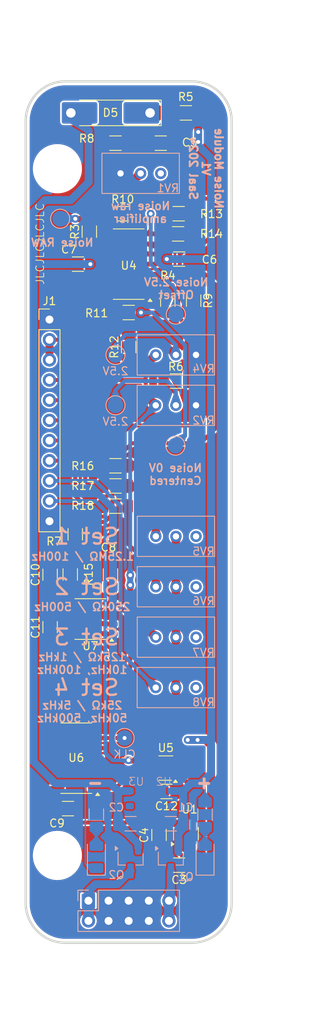
<source format=kicad_pcb>
(kicad_pcb (version 20240108) (generator "pcbnew") (generator_version "8.0")
  (title_block (title "Noise source and frequency filter") (date "11/12/2024") (rev "V1") (company "Alexander"))
  (layers (0 "F.Cu" signal) (31 "B.Cu" signal) (34 "B.Paste" user) (35 "F.Paste" user) (36 "B.SilkS" user "B.Silkscreen") (37 "F.SilkS" user "F.Silkscreen") (38 "B.Mask" user) (39 "F.Mask" user) (44 "Edge.Cuts" user))
  (net 0 "")
  (net 1 "GND")
  (net 2 "+12V")
  (net 3 "-12V")
  (net 4 "VCC")
  (net 5 "Net-(D5-K)")
  (net 6 "Net-(U4A-+)")
  (net 7 "Noise_filtered")
  (net 8 "Net-(U7A-COM)")
  (net 9 "Net-(D1-A)")
  (net 10 "Net-(D2-A)")
  (net 11 "SET_2")
  (net 12 "DIV")
  (net 13 "SET_3")
  (net 14 "Noise_OUT")
  (net 15 "SET_1")
  (net 16 "Poti1")
  (net 17 "+12V_IN")
  (net 18 "-12V_IN")
  (net 19 "Noise")
  (net 20 "Net-(U4A--)")
  (net 21 "Noise_centered")
  (net 22 "Net-(U4B--)")
  (net 23 "Net-(R6-Pad1)")
  (net 24 "Net-(U4B-+)")
  (net 25 "Net-(U4C-+)")
  (net 26 "Net-(R12-Pad1)")
  (net 27 "Net-(U4C--)")
  (net 28 "Noise_IN")
  (net 29 "Net-(U7A-OUT)")
  (net 30 "Net-(R16-Pad2)")
  (net 31 "Net-(R17-Pad2)")
  (net 32 "Net-(R18-Pad2)")
  (net 36 "SET")
  (net 37 "MCLK")
  (net 40 "CLK")
  (net 51 "SET_4")
  (footprint "Capacitor_SMD:C_1206_3216Metric_Pad1.33x1.80mm_HandSolder" (layer "F.Cu") (at 55.88 122.936 90)
    (property "Reference" "C10")
    (property "Value" "2n")
  )
  (footprint "Resistor_SMD:R_1206_3216Metric_Pad1.30x1.75mm_HandSolder" (layer "F.Cu") (at 65.05 77.47)
    (property "Reference" "R10")
    (property "Value" "100k")
  )
  (footprint "Resistor_SMD:R_1206_3216Metric_Pad1.30x1.75mm_HandSolder" (layer "F.Cu") (at 64.135 114.3)
    (property "Reference" "R18")
    (property "Value" "100k")
  )
  (footprint "Resistor_SMD:R_1206_3216Metric_Pad1.30x1.75mm_HandSolder" (layer "F.Cu") (at 72.035 80.01 180)
    (property "Reference" "R14")
    (property "Value" "100k")
  )
  (footprint "Resistor_SMD:R_1206_3216Metric_Pad1.30x1.75mm_HandSolder" (layer "F.Cu") (at 70.739 88.418 -90)
    (property "Reference" "R4")
    (property "Value" "100k")
  )
  (footprint "Capacitor_SMD:C_1206_3216Metric_Pad1.33x1.80mm_HandSolder" (layer "F.Cu") (at 58.1395 152.4)
    (property "Reference" "C9")
    (property "Value" "100n")
  )
  (footprint "Capacitor_SMD:C_1206_3216Metric_Pad1.33x1.80mm_HandSolder" (layer "F.Cu") (at 69.63 155.715 -90)
    (property "Reference" "C4")
    (property "Value" "1u")
  )
  (footprint "Capacitor_SMD:C_1206_3216Metric_Pad1.33x1.80mm_HandSolder" (layer "F.Cu") (at 70.5735 150.241 180)
    (property "Reference" "C12")
    (property "Value" "100n")
  )
  (footprint "Package_SO:SOIC-8_3.9x4.9mm_P1.27mm" (layer "F.Cu") (at 60.96 128.524 180)
    (property "Reference" "U7")
    (property "Value" "MAX740X")
  )
  (footprint "MountingHole:MountingHole_3.2mm_M3_DIN965" (layer "F.Cu") (at 56.8 71.8)
    (property "Reference" "H1" (hide yes))
    (property "Value" "MountingHole" (hide yes))
  )
  (footprint "Resistor_SMD:R_1206_3216Metric_Pad1.30x1.75mm_HandSolder" (layer "F.Cu") (at 64.135 111.76)
    (property "Reference" "R17")
    (property "Value" "200k")
  )
  (footprint "Package_SO:SOIC-14_3.9x8.7mm_P1.27mm" (layer "F.Cu") (at 65.8 83.82 180)
    (property "Reference" "U4")
    (property "Value" "TL074")
  )
  (footprint "Resistor_SMD:R_1206_3216Metric_Pad1.30x1.75mm_HandSolder" (layer "F.Cu") (at 73.025 64.77 180)
    (property "Reference" "R5")
    (property "Value" "1M")
  )
  (footprint "Resistor_SMD:R_1206_3216Metric_Pad1.30x1.75mm_HandSolder" (layer "F.Cu") (at 74 88.418 -90)
    (property "Reference" "R9")
    (property "Value" "100k")
  )
  (footprint "Capacitor_SMD:C_1206_3216Metric_Pad1.33x1.80mm_HandSolder" (layer "F.Cu") (at 59.3975 83.82)
    (property "Reference" "C7")
    (property "Value" "100n")
  )
  (footprint "MountingHole:MountingHole_3.2mm_M3_DIN965" (layer "F.Cu") (at 56.8 158.3)
    (property "Reference" "H2" (hide yes))
    (property "Value" "MountingHole" (hide yes))
  )
  (footprint "Package_TO_SOT_SMD:SOT-23-5" (layer "F.Cu") (at 73.025 155.575 90)
    (property "Reference" "U1")
    (property "Value" "NCP718xSN500")
  )
  (footprint "Resistor_SMD:R_1206_3216Metric_Pad1.30x1.75mm_HandSolder" (layer "F.Cu") (at 64.135 109.22)
    (property "Reference" "R16")
    (property "Value" "1.2M")
  )
  (footprint "Capacitor_SMD:C_1206_3216Metric_Pad1.33x1.80mm_HandSolder" (layer "F.Cu") (at 72.17 159.525 180)
    (property "Reference" "C3")
    (property "Value" "1u")
  )
  (footprint "Resistor_SMD:R_1206_3216Metric_Pad1.30x1.75mm_HandSolder" (layer "F.Cu") (at 65.8 94.26 90)
    (property "Reference" "R12")
    (property "Value" "100k")
  )
  (footprint "Diode_SMD:D_MELF-RM10_Universal_Handsoldering" (layer "F.Cu") (at 63.5 64.77 180)
    (property "Reference" "D5")
    (property "Value" "D_Zener_Small")
  )
  (footprint "Resistor_SMD:R_1206_3216Metric_Pad1.30x1.75mm_HandSolder" (layer "F.Cu") (at 64.135 68.58 180)
    (property "Reference" "R8")
    (property "Value" "2M")
  )
  (footprint "Package_SO:SOIC-14_3.9x8.7mm_P1.27mm" (layer "F.Cu") (at 59.182 146.05 180)
    (property "Reference" "U6")
    (property "Value" "74HC393")
  )
  (footprint "Resistor_SMD:R_1206_3216Metric_Pad1.30x1.75mm_HandSolder" (layer "F.Cu") (at 58.42 122.91 90)
    (property "Reference" "R15")
    (property "Value" "24k")
  )
  (footprint "Capacitor_SMD:C_1206_3216Metric_Pad1.33x1.80mm_HandSolder" (layer "F.Cu") (at 55.88 129.54 90)
    (property "Reference" "C11")
    (property "Value" "100n")
  )
  (footprint "Resistor_SMD:R_1206_3216Metric_Pad1.30x1.75mm_HandSolder" (layer "F.Cu") (at 60.833 79.73 90)
    (property "Reference" "R3")
    (property "Value" "100k")
  )
  (footprint "Resistor_SMD:R_1206_3216Metric_Pad1.30x1.75mm_HandSolder" (layer "F.Cu") (at 71.755 98.552)
    (property "Reference" "R6")
    (property "Value" "100k")
  )
  (footprint "Resistor_SMD:R_1206_3216Metric_Pad1.30x1.75mm_HandSolder" (layer "F.Cu") (at 72.11 77.47)
    (property "Reference" "R13")
    (property "Value" "100k")
  )
  (footprint "Capacitor_SMD:C_1206_3216Metric_Pad1.33x1.80mm_HandSolder" (layer "F.Cu") (at 72.1745 83.185)
    (property "Reference" "C6")
    (property "Value" "100n")
  )
  (footprint "Capacitor_SMD:C_1206_3216Metric_Pad1.33x1.80mm_HandSolder" (layer "F.Cu") (at 63.5 122.8975 90)
    (property "Reference" "C8")
    (property "Value" "100n")
  )
  (footprint "Capacitor_SMD:C_1206_3216Metric_Pad1.33x1.80mm_HandSolder" (layer "F.Cu") (at 69.85 68.58)
    (property "Reference" "C5")
    (property "Value" "1u")
  )
  (footprint "Resistor_SMD:R_1206_3216Metric_Pad1.30x1.75mm_HandSolder" (layer "F.Cu") (at 65.8 89.916 180)
    (property "Reference" "R11")
    (property "Value" "10k")
  )
  (footprint "Connector_PinHeader_2.54mm:PinHeader_1x11_P2.54mm_Vertical" (layer "F.Cu") (at 55.8 90.8)
    (property "Reference" "J1")
    (property "Value" "Conn_01x11_Pin")
  )
  (footprint "Resistor_SMD:R_1206_3216Metric_Pad1.30x1.75mm_HandSolder" (layer "F.Cu") (at 59.055 117.856 90)
    (property "Reference" "R7")
    (property "Value" "100k")
  )
  (footprint "Package_TO_SOT_SMD:TSOT-23-5_HandSoldering" (layer "F.Cu") (at 70.485 147.32 180)
    (property "Reference" "U5")
    (property "Value" "~")
  )
  (footprint "TestPoint:TestPoint_Pad_D2.0mm" (layer "B.Cu") (at 64.135 101.6 180)
    (property "Reference" "TP1" (hide yes))
    (property "Value" "2.5V")
  )
  (footprint "Potentiometer_THT:Potentiometer_Bourns_3296W_Vertical" (layer "B.Cu") (at 74.305 130.81)
    (property "Reference" "RV7")
    (property "Value" "100k")
  )
  (footprint "Potentiometer_THT:Potentiometer_Bourns_3296W_Vertical" (layer "B.Cu") (at 69.215 101.6 180)
    (property "Reference" "RV2")
    (property "Value" "100k")
  )
  (footprint "TestPoint:TestPoint_Pad_D2.0mm" (layer "B.Cu") (at 64.135 95.25 180)
    (property "Reference" "TP4" (hide yes))
    (property "Value" "2.5V")
  )
  (footprint "Resistor_SMD:R_1206_3216Metric_Pad1.30x1.75mm_HandSolder" (layer "B.Cu") (at 61.722 153.162 -90)
    (property "Reference" "R2" (hide yes))
    (property "Value" "5k6" (hide yes))
  )
  (footprint "Package_TO_SOT_SMD:SOT-23_Handsoldering" (layer "B.Cu") (at 66.04 158.75 -90)
    (property "Reference" "Q2")
    (property "Value" "PMV450ENEA")
  )
  (footprint "Potentiometer_THT:Potentiometer_Bourns_3296W_Vertical" (layer "B.Cu") (at 69.85 72.39)
    (property "Reference" "RV1")
    (property "Value" "100k")
  )
  (footprint "Resistor_SMD:R_1206_3216Metric_Pad1.30x1.75mm_HandSolder" (layer "B.Cu") (at 75.438 153.162 -90)
    (property "Reference" "R1" (hide yes))
    (property "Value" "5k6" (hide yes))
  )
  (footprint "LED_SMD:LED_1206_3216Metric" (layer "B.Cu") (at 61.722 158.496 90)
    (property "Reference" "D2" (hide yes))
    (property "Value" "-12V_RED" (hide yes))
  )
  (footprint "analog_computing:VCAN16A2-03S-E3-08" (layer "B.Cu") (at 66.945 151.13)
    (property "Reference" "U3")
    (property "Value" "~" (hide yes))
  )
  (footprint "TestPoint:TestPoint_Pad_D2.0mm" (layer "B.Cu") (at 71.7 106.68 180)
    (property "Reference" "TP3" (hide yes))
    (property "Value" "NOISE_0V_centered" (hide yes))
  )
  (footprint "TestPoint:TestPoint_Pad_D2.0mm" (layer "B.Cu") (at 71.755 90.17 180)
    (property "Reference" "TP5" (hide yes))
    (property "Value" "NOISE_2.5V_Offset" (hide yes))
  )
  (footprint "Capacitor_SMD:C_1206_3216Metric_Pad1.33x1.80mm_HandSolder" (layer "B.Cu") (at 71.12 154.305 180)
    (property "Reference" "C1")
    (property "Value" "10u")
  )
  (footprint "Package_TO_SOT_SMD:SOT-23_Handsoldering" (layer "B.Cu") (at 71.12 158.75 -90)
    (property "Reference" "Q1")
    (property "Value" "PMV250EPEA")
  )
  (footprint "analog_computing:VCAN16A2-03S-E3-08" (layer "B.Cu") (at 70.215 151.13 180)
    (property "Reference" "U2")
    (property "Value" "~" (hide yes))
  )
  (footprint "Capacitor_SMD:C_1206_3216Metric_Pad1.33x1.80mm_HandSolder" (layer "B.Cu") (at 66.04 154.305)
    (property "Reference" "C2")
    (property "Value" "10u")
  )
  (footprint "Connector_PinHeader_2.54mm:PinHeader_2x05_P2.54mm_Vertical" (layer "B.Cu") (at 60.72 164 -90)
    (property "Reference" "J3" (hide yes))
    (property "Value" "Conn_02x05_Odd_Even" (hide yes))
  )
  (footprint "TestPoint:TestPoint_Pad_D2.0mm" (layer "B.Cu") (at 57.15 78.105 180)
    (property "Reference" "TP2" (hide yes))
    (property "Value" "RAW" (hide yes))
  )
  (footprint "Potentiometer_THT:Potentiometer_Bourns_3296W_Vertical" (layer "B.Cu") (at 74.305 124.46)
    (property "Reference" "RV6")
    (property "Value" "100k")
  )
  (footprint "Potentiometer_THT:Potentiometer_Bourns_3296W_Vertical" (layer "B.Cu") (at 69.215 95.25 180)
    (property "Reference" "RV4")
    (property "Value" "100k")
  )
  (footprint "Potentiometer_THT:Potentiometer_Bourns_3296W_Vertical" (layer "B.Cu") (at 74.305 118.11)
    (property "Reference" "RV5")
    (property "Value" "100k")
  )
  (footprint "Potentiometer_THT:Potentiometer_Bourns_3296W_Vertical" (layer "B.Cu") (at 74.295 137.16)
    (property "Reference" "RV8")
    (property "Value" "100k")
  )
  (footprint "TestPoint:TestPoint_Pad_D2.0mm" (layer "B.Cu") (at 65.278 143.51 180)
    (property "Reference" "TP6" (hide yes))
    (property "Value" "CLK")
  )
  (footprint "LED_SMD:LED_1206_3216Metric" (layer "B.Cu") (at 75.438 158.496 90)
    (property "Reference" "D1" (hide yes))
    (property "Value" "12V_GREEN" (hide yes))
  )
  (gr_line (start 57.8 60.8) (end 73.8 60.8) (stroke (width 0.3)) (layer "Edge.Cuts"))
  (gr_arc (start 78.8 164.3) (mid 77.335534 167.835534) (end 73.8 169.3) (stroke (width 0.3)) (layer "Edge.Cuts"))
  (gr_line (start 78.8 65.8) (end 78.8 164.3) (stroke (width 0.3)) (layer "Edge.Cuts"))
  (gr_arc (start 57.8 169.3) (mid 54.264466 167.835534) (end 52.8 164.3) (stroke (width 0.3)) (layer "Edge.Cuts"))
  (gr_arc (start 73.8 60.8) (mid 77.335534 62.264466) (end 78.8 65.8) (stroke (width 0.3)) (layer "Edge.Cuts"))
  (gr_line (start 57.8 169.3) (end 73.8 169.3) (stroke (width 0.3)) (layer "Edge.Cuts"))
  (gr_line (start 52.8 164.3) (end 52.8 65.8) (stroke (width 0.3)) (layer "Edge.Cuts"))
  (gr_arc (start 52.8 65.8) (mid 54.264466 62.264466) (end 57.8 60.8) (stroke (width 0.3)) (layer "Edge.Cuts"))
  (gr_text "250kΩ / 500Hz" (at 59.944 127 0) (layer "B.SilkS") (effects (font (size 1 1) (thickness 0.2) (bold yes)) (justify mirror)))
  (gr_text "25kΩ / 5kHz\n50kHz, 500kHz" (at 59.944 140.208 0) (layer "B.SilkS") (effects (font (size 1 1) (thickness 0.2) (bold yes)) (justify mirror)))
  (gr_text "Set 4" (at 64.77 137.16 0) (layer "B.SilkS") (effects (font (size 2 2) (thickness 0.3)) (justify left mirror)))
  (gr_text "Noise raw\namplifier" (at 67.3 77.3 0) (layer "B.SilkS") (effects (font (size 1 1) (thickness 0.2) (bold yes)) (justify mirror)))
  (gr_text "Noise Module\nV1\nSaal 2024" (at 75.565 71.755 270) (layer "B.SilkS") (effects (font (size 1 1) (thickness 0.25) (bold yes)) (justify mirror)))
  (gr_text "1.25MΩ / 100Hz" (at 60 120.65 0) (layer "B.SilkS") (effects (font (size 1 1) (thickness 0.2) (bold yes)) (justify mirror)))
  (gr_text "+" (at 76.5 150 0) (layer "B.SilkS") (effects (font (size 1.5 1.5) (thickness 0.375) (bold yes)) (justify left bottom mirror)))
  (gr_text "125kΩ / 1kHz\n10kHz, 100kHz" (at 59.944 134.112 0) (layer "B.SilkS") (effects (font (size 1 1) (thickness 0.2) (bold yes)) (justify mirror)))
  (gr_text "Set 2" (at 64.77 124.46 0) (layer "B.SilkS") (effects (font (size 2 2) (thickness 0.3)) (justify left mirror)))
  (gr_text "Noise 0V\nCentered" (at 71.7 110.3 0) (layer "B.SilkS") (effects (font (size 1 1) (thickness 0.2) (bold yes)) (justify mirror)))
  (gr_text "Noise 2.5V\nOffset" (at 71.8 86.9 0) (layer "B.SilkS") (effects (font (size 1 1) (thickness 0.2) (bold yes)) (justify mirror)))
  (gr_text "Noise RAW" (at 57.4 81.1 0) (layer "B.SilkS") (effects (font (size 1 1) (thickness 0.2) (bold yes)) (justify mirror)))
  (gr_text "-" (at 62.75 150 0) (layer "B.SilkS") (effects (font (size 1.5 1.5) (thickness 0.375) (bold yes)) (justify left bottom mirror)))
  (gr_text "Set 3" (at 64.77 130.81 0) (layer "B.SilkS") (effects (font (size 2 2) (thickness 0.3)) (justify left mirror)))
  (gr_text "Set 1" (at 64.77 118.11 0) (layer "B.SilkS") (effects (font (size 2 2) (thickness 0.3)) (justify left mirror)))
  (gr_text "JLCJLCJLCJLC" (at 54.61 81.28 90) (layer "F.SilkS") (effects (font (size 1 1) (thickness 0.1))))
  (segment (start 76.2 159.05) (end 75.725 159.525) (width 1) (layer "F.Cu") (net 2))
  (segment (start 75.725 159.525) (end 73.7325 159.525) (width 1) (layer "F.Cu") (net 2))
  (segment (start 74.5 143.75) (end 75.5 143.75) (width 1) (layer "F.Cu") (net 2))
  (segment (start 75.5 143.75) (end 76.2 144.45) (width 1) (layer "F.Cu") (net 2))
  (segment (start 68.275 83.82) (end 69.977 83.82) (width 0.5) (layer "F.Cu") (net 2))
  (segment (start 73.975 156.7125) (end 73.975 159.2825) (width 0.5) (layer "F.Cu") (net 2))
  (segment (start 74.575 64.77) (end 74.575 67.175) (width 1) (layer "F.Cu") (net 2))
  (segment (start 74.575 67.175) (end 74.575 68.425) (width 1) (layer "F.Cu") (net 2))
  (segment (start 73.975 159.2825) (end 73.7325 159.525) (width 0.5) (layer "F.Cu") (net 2))
  (segment (start 76.2 144.45) (end 76.2 159.05) (width 1) (layer "F.Cu") (net 2))
  (segment (start 69.977 83.82) (end 70.612 83.185) (width 0.5) (layer "F.Cu") (net 2))
  (segment (start 74.5 143.75) (end 73.25 143.75) (width 1) (layer "F.Cu") (net 2))
  (segment (start 72.075 157.8675) (end 73.7325 159.525) (width 0.5) (layer "F.Cu") (net 2))
  (segment (start 72.075 156.7125) (end 72.075 157.8675) (width 0.5) (layer "F.Cu") (net 2))
  (via (at 74.5 143.75) (size 1) (drill 0.5) (layers "F.Cu" "B.Cu") (net 2))
  (via (at 70.612 83.185) (size 1) (drill 0.5) (layers "F.Cu" "B.Cu") (net 2))
  (via (at 74.575 68.425) (size 1) (drill 0.5) (layers "F.Cu" "B.Cu") (net 2))
  (via (at 73.25 143.75) (size 1) (drill 0.5) (layers "F.Cu" "B.Cu") (net 2))
  (via (at 74.575 67.175) (size 1) (drill 0.5) (layers "F.Cu" "B.Cu") (net 2))
  (segment (start 75.438 149.733) (end 74.93 149.225) (width 0.2) (layer "B.Cu") (net 2))
  (segment (start 74.575 68.425) (end 74.575 68.86) (width 1) (layer "B.Cu") (net 2))
  (segment (start 74.575 68.425) (end 74.575 67.175) (width 1) (layer "B.Cu") (net 2))
  (segment (start 72.07 157.25) (end 72.07 157.8625) (width 1) (layer "B.Cu") (net 2))
  (segment (start 76.2 143.75) (end 74.5 143.75) (width 1) (layer "B.Cu") (net 2))
  (segment (start 76.2 83.25) (end 76.2 70.485) (width 1) (layer "B.Cu") (net 2))
  (segment (start 76.135 83.185) (end 70.612 83.185) (width 1) (layer "B.Cu") (net 2))
  (segment (start 72.07 157.25) (end 72.07 154.9175) (width 1) (layer "B.Cu") (net 2))
  (segment (start 72.07 154.9175) (end 72.6825 154.305) (width 1) (layer "B.Cu") (net 2))
  (segment (start 76.2 143.75) (end 76.2 85.09) (width 1) (layer "B.Cu") (net 2))
  (segment (start 74.93 149.225) (end 76.2 147.955) (width 1) (layer "B.Cu") (net 2))
  (segment (start 76.2 147.955) (end 76.2 143.75) (width 1) (layer "B.Cu") (net 2))
  (segment (start 74.5 143.75) (end 73.25 143.75) (width 1) (layer "B.Cu") (net 2))
  (segment (start 72.6825 150.2025) (end 73.66 149.225) (width 1) (layer "B.Cu") (net 2))
  (segment (start 72.66 150.18) (end 72.6825 150.2025) (width 1) (layer "B.Cu") (net 2))
  (segment (start 75.438 151.612) (end 75.438 149.733) (width 0.2) (layer "B.Cu") (net 2))
  (segment (start 76.2 83.25) (end 76.135 83.185) (width 1) (layer "B.Cu") (net 2))
  (segment (start 76.2 85.09) (end 76.2 83.25) (width 1) (layer "B.Cu") (net 2))
  (segment (start 74.575 68.86) (end 76.2 70.485) (width 1) (layer "B.Cu") (net 2))
  (segment (start 72.6825 154.305) (end 72.6825 150.2025) (width 1) (layer "B.Cu") (net 2))
  (segment (start 73.66 149.225) (end 74.93 149.225) (width 1) (layer "B.Cu") (net 2))
  (segment (start 71.215 150.18) (end 72.66 150.18) (width 1) (layer "B.Cu") (net 2))
  (segment (start 63.325 83.82) (end 60.96 83.82) (width 0.5) (layer "F.Cu") (net 3))
  (via (at 60.96 83.82) (size 1) (drill 0.5) (layers "F.Cu" "B.Cu") (net 3))
  (segment (start 65.945 150.18) (end 64.5 150.18) (width 1) (layer "B.Cu") (net 3))
  (segment (start 53.8 77.2) (end 53.8 146.51) (width 1) (layer "B.Cu") (net 3))
  (segment (start 63.5 149.225) (end 60.325 149.225) (width 1) (layer "B.Cu") (net 3))
  (segment (start 60.836 159.896) (end 60.325 159.385) (width 0.2) (layer "B.Cu") (net 3))
  (segment (start 60.96 83.82) (end 53.87 83.82) (width 1) (layer "B.Cu") (net 3))
  (segment (start 64.4775 154.305) (end 64.4775 150.2025) (width 1) (layer "B.Cu") (net 3))
  (segment (start 66.99 156.8175) (end 64.4775 154.305) (width 1) (layer "B.Cu") (net 3))
  (segment (start 60.325 159.385) (end 60.325 149.225) (width 0.2) (layer "B.Cu") (net 3))
  (segment (start 66.99 157.25) (end 66.99 156.8175) (width 1) (layer "B.Cu") (net 3))
  (segment (start 60.75 73.5) (end 60.75 67.02) (width 1) (layer "B.Cu") (net 3))
  (segment (start 56.515 149.225) (end 53.8 146.51) (width 1) (layer "B.Cu") (net 3))
  (segment (start 58.5 75.75) (end 60.75 73.5) (width 1) (layer "B.Cu") (net 3))
  (segment (start 55.25 75.75) (end 58.5 75.75) (width 1) (layer "B.Cu") (net 3))
  (segment (start 60.75 67.02) (end 58.5 64.77) (width 1) (layer "B.Cu") (net 3))
  (segment (start 60.325 149.225) (end 56.515 149.225) (width 1) (layer "B.Cu") (net 3))
  (segment (start 53.8 77.2) (end 55.25 75.75) (width 1) (layer "B.Cu") (net 3))
  (segment (start 64.5 150.18) (end 64.4775 150.2025) (width 1) (layer "B.Cu") (net 3))
  (segment (start 64.4775 150.2025) (end 63.5 149.225) (width 1) (layer "B.Cu") (net 3))
  (segment (start 53.87 83.82) (end 53.8 83.75) (width 0.5) (layer "B.Cu") (net 3))
  (segment (start 61.722 159.896) (end 60.836 159.896) (width 0.2) (layer "B.Cu") (net 3))
  (segment (start 69.915 154.4375) (end 69.63 154.1525) (width 0.5) (layer "F.Cu") (net 4))
  (segment (start 67.945 96.52) (end 69.215 95.25) (width 0.5) (layer "F.Cu") (net 4))
  (segment (start 67.945 98.425) (end 67.945 96.52) (width 0.5) (layer "F.Cu") (net 4))
  (segment (start 64.409999 126.619) (end 63.435 126.619) (width 0.5) (layer "F.Cu") (net 4))
  (segment (start 72.136 150.241) (end 72.136 148.329) (width 0.5) (layer "F.Cu") (net 4))
  (segment (start 66 128.25) (end 66 140.93) (width 0.5) (layer "F.Cu") (net 4))
  (segment (start 64.369 126.619) (end 66 128.25) (width 0.5) (layer "F.Cu") (net 4))
  (segment (start 66 140.93) (end 70.485 145.415) (width 0.5) (layer "F.Cu") (net 4))
  (segment (start 72.136 148.329) (end 72.195 148.27) (width 0.5) (layer "F.Cu") (net 4))
  (segment (start 55.8 100.96) (end 60.96 100.96) (width 0.5) (layer "F.Cu") (net 4))
  (segment (start 72.075 154.4375) (end 69.915 154.4375) (width 0.5) (layer "F.Cu") (net 4))
  (segment (start 63.435 126.619) (end 64.369 126.619) (width 0.5) (layer "F.Cu") (net 4))
  (segment (start 69.215 101.6) (end 67.945 100.33) (width 0.5) (layer "F.Cu") (net 4))
  (segment (start 63.5 98.42) (end 67.94 98.42) (width 0.5) (layer "F.Cu") (net 4))
  (segment (start 60.96 100.96) (end 63.5 98.42) (width 0.5) (layer "F.Cu") (net 4))
  (segment (start 66 124.25) (end 66 128.25) (width 0.5) (layer "F.Cu") (net 4))
  (segment (start 69.63 154.1525) (end 69.63 152.747) (width 0.5) (layer "F.Cu") (net 4))
  (segment (start 59.459999 129.159) (end 66 135.699001) (width 0.5) (layer "F.Cu") (net 4))
  (segment (start 63.5 124.46) (end 63.5 126.554) (width 0.5) (layer "F.Cu") (net 4))
  (segment (start 67.94 98.42) (end 67.945 98.425) (width 0.5) (layer "F.Cu") (net 4))
  (segment (start 63.5 126.554) (end 63.435 126.619) (width 0.5) (layer "F.Cu") (net 4))
  (segment (start 56.577 149.99) (end 56.707 149.86) (width 0.5) (layer "F.Cu") (net 4))
  (segment (start 66 124.25) (end 66 123) (width 0.5) (layer "F.Cu") (net 4))
  (segment (start 69.63 154.1525) (end 58.3295 154.1525) (width 0.5) (layer "F.Cu") (net 4))
  (segment (start 67.945 100.33) (end 67.945 98.425) (width 0.5) (layer "F.Cu") (net 4))
  (segment (start 69.63 152.747) (end 72.136 150.241) (width 0.5) (layer "F.Cu") (net 4))
  (segment (start 58.3295 154.1525) (end 56.577 152.4) (width 0.5) (layer "F.Cu") (net 4))
  (segment (start 58.485 129.159) (end 59.459999 129.159) (width 0.5) (layer "F.Cu") (net 4))
  (segment (start 56.577 152.4) (end 56.577 149.99) (width 0.5) (layer "F.Cu") (net 4))
  (segment (start 70.485 145.415) (end 70.485 148.59) (width 0.5) (layer "F.Cu") (net 4))
  (segment (start 70.485 148.59) (end 72.136 150.241) (width 0.5) (layer "F.Cu") (net 4))
  (via (at 66 124.25) (size 1) (drill 0.5) (layers "F.Cu" "B.Cu") (net 4))
  (via (at 66 123) (size 1) (drill 0.5) (layers "F.Cu" "B.Cu") (net 4))
  (segment (start 69.215 101.6) (end 66 104.815) (width 0.5) (layer "B.Cu") (net 4))
  (segment (start 66 104.815) (end 66 123) (width 0.5) (layer "B.Cu") (net 4))
  (segment (start 66 123) (end 66 124.25) (width 0.5) (layer "B.Cu") (net 4))
  (segment (start 71.475 64.77) (end 71.475 68.5175) (width 0.5) (layer "F.Cu") (net 5))
  (segment (start 68.5 64.77) (end 71.475 64.77) (width 0.5) (layer "F.Cu") (net 5))
  (segment (start 71.475 68.5175) (end 71.4125 68.58) (width 0.5) (layer "F.Cu") (net 5))
  (segment (start 75.565 102.87) (end 74.295 104.14) (width 0.5) (layer "F.Cu") (net 6))
  (segment (start 70.02 85.768) (end 72.9 85.768) (width 0.5) (layer "F.Cu") (net 6))
  (segment (start 74.295 104.14) (end 66.04 104.14) (width 0.5) (layer "F.Cu") (net 6))
  (segment (start 69.342 85.09) (end 70.02 85.768) (width 0.5) (layer "F.Cu") (net 6))
  (segment (start 63.75 106.43) (end 63.75 115.32) (width 0.5) (layer "F.Cu") (net 6))
  (segment (start 62.764 116.306) (end 59.055 116.306) (width 0.5) (layer "F.Cu") (net 6))
  (segment (start 72.9 85.768) (end 74 86.868) (width 0.5) (layer "F.Cu") (net 6))
  (segment (start 68.275 85.09) (end 69.342 85.09) (width 0.5) (layer "F.Cu") (net 6))
  (segment (start 74 86.868) (end 75.565 88.433) (width 0.5) (layer "F.Cu") (net 6))
  (segment (start 63.75 115.32) (end 62.764 116.306) (width 0.5) (layer "F.Cu") (net 6))
  (segment (start 75.565 88.433) (end 75.565 102.87) (width 0.5) (layer "F.Cu") (net 6))
  (segment (start 66.04 104.14) (end 63.75 106.43) (width 0.5) (layer "F.Cu") (net 6))
  (segment (start 59.055 119.406) (end 58.42 121.36) (width 0.5) (layer "F.Cu") (net 7))
  (segment (start 55.8935 121.36) (end 55.88 121.3735) (width 0.5) (layer "F.Cu") (net 7))
  (segment (start 58.42 121.36) (end 55.8935 121.36) (width 0.5) (layer "F.Cu") (net 7))
  (segment (start 60.96 128.928999) (end 60.96 128.905) (width 0.5) (layer "F.Cu") (net 8))
  (segment (start 55.88 127.9775) (end 58.3965 127.9775) (width 0.5) (layer "F.Cu") (net 8))
  (segment (start 60.96 128.905) (end 59.944 127.889) (width 0.5) (layer "F.Cu") (net 8))
  (segment (start 62.460001 130.429) (end 60.96 128.928999) (width 0.5) (layer "F.Cu") (net 8))
  (segment (start 59.944 127.889) (end 58.485 127.889) (width 0.5) (layer "F.Cu") (net 8))
  (segment (start 58.3965 127.9775) (end 58.485 127.889) (width 0.5) (layer "F.Cu") (net 8))
  (segment (start 63.435 130.429) (end 62.460001 130.429) (width 0.5) (layer "F.Cu") (net 8))
  (segment (start 75.438 157.096) (end 75.438 154.712) (width 0.2) (layer "B.Cu") (net 9))
  (segment (start 61.722 157.096) (end 61.722 154.712) (width 0.2) (layer "B.Cu") (net 10))
  (segment (start 58.415 106.04) (end 60.325 107.95) (width 0.5) (layer "F.Cu") (net 11))
  (segment (start 60.96 111.76) (end 62.585 111.76) (width 0.5) (layer "F.Cu") (net 11))
  (segment (start 55.8 106.04) (end 58.415 106.04) (width 0.5) (layer "F.Cu") (net 11))
  (segment (start 60.325 107.95) (end 60.325 111.125) (width 0.5) (layer "F.Cu") (net 11))
  (segment (start 60.325 111.125) (end 60.96 111.76) (width 0.5) (layer "F.Cu") (net 11))
  (segment (start 65.852 146.37) (end 65.786 146.304) (width 0.5) (layer "F.Cu") (net 12))
  (segment (start 68.775 146.37) (end 65.852 146.37) (width 0.5) (layer "F.Cu") (net 12))
  (via (at 65.786 146.304) (size 1) (drill 0.5) (layers "F.Cu" "B.Cu") (net 12))
  (segment (start 62.865 114.935) (end 62.865 145.415) (width 0.5) (layer "B.Cu") (net 12))
  (segment (start 55.8 113.66) (end 61.59 113.66) (width 0.5) (layer "B.Cu") (net 12))
  (segment (start 61.59 113.66) (end 62.865 114.935) (width 0.5) (layer "B.Cu") (net 12))
  (segment (start 65.786 146.304) (end 63.754 146.304) (width 0.5) (layer "B.Cu") (net 12))
  (segment (start 63.754 146.304) (end 62.865 145.415) (width 0.5) (layer "B.Cu") (net 12))
  (segment (start 57.78 108.58) (end 59.055 109.855) (width 0.5) (layer "F.Cu") (net 13))
  (segment (start 59.055 113.03) (end 59.055 109.855) (width 0.5) (layer "F.Cu") (net 13))
  (segment (start 55.8 108.58) (end 57.78 108.58) (width 0.5) (layer "F.Cu") (net 13))
  (segment (start 60.325 114.3) (end 59.055 113.03) (width 0.5) (layer "F.Cu") (net 13))
  (segment (start 62.585 114.3) (end 60.325 114.3) (width 0.5) (layer "F.Cu") (net 13))
  (segment (start 59.69 92.075) (end 59.69 88.9) (width 0.5) (layer "F.Cu") (net 14))
  (segment (start 55.8 93.34) (end 58.425 93.34) (width 0.5) (layer "F.Cu") (net 14))
  (segment (start 60.96 87.63) (end 63.325 87.63) (width 0.5) (layer "F.Cu") (net 14))
  (segment (start 59.69 88.9) (end 60.96 87.63) (width 0.5) (layer "F.Cu") (net 14))
  (segment (start 55.8 95.88) (end 55.8 93.34) (width 1) (layer "F.Cu") (net 14))
  (segment (start 58.425 93.34) (end 59.69 92.075) (width 0.5) (layer "F.Cu") (net 14))
  (segment (start 60.675 103.5) (end 62.585 105.41) (width 0.5) (layer "F.Cu") (net 15))
  (segment (start 62.585 105.41) (end 62.585 109.22) (width 0.5) (layer "F.Cu") (net 15))
  (segment (start 55.8 103.5) (end 60.675 103.5) (width 0.5) (layer "F.Cu") (net 15))
  (segment (start 64.25 89.916) (end 64.75 89.416) (width 0.5) (layer "F.Cu") (net 16))
  (segment (start 61.595 92.571) (end 61.843 92.323) (width 0.5) (layer "F.Cu") (net 16))
  (segment (start 64.75 89.416) (end 64.75 87.102) (width 0.5) (layer "F.Cu") (net 16))
  (segment (start 59.695 98.42) (end 61.595 96.52) (width 0.5) (layer "F.Cu") (net 16))
  (segment (start 55.8 98.42) (end 59.695 98.42) (width 0.5) (layer "F.Cu") (net 16))
  (segment (start 64.75 87.102) (end 64.008 86.36) (width 0.5) (layer "F.Cu") (net 16))
  (segment (start 61.843 92.323) (end 64.25 89.916) (width 0.5) (layer "F.Cu") (net 16))
  (segment (start 61.595 96.52) (end 61.595 92.571) (width 0.5) (layer "F.Cu") (net 16))
  (segment (start 64.008 86.36) (end 63.325 86.36) (width 0.5) (layer "F.Cu") (net 16))
  (segment (start 70.88 166.54) (end 70.88 164) (width 1) (layer "B.Cu") (net 17))
  (segment (start 71.12 160.25) (end 71.12 163.76) (width 1) (layer "B.Cu") (net 17))
  (segment (start 71.12 163.76) (end 70.88 164) (width 1) (layer "B.Cu") (net 17))
  (segment (start 60.72 164) (end 60.72 162.8) (width 1) (layer "B.Cu") (net 18))
  (segment (start 60.72 162.8) (end 61.595 161.925) (width 1) (layer "B.Cu") (net 18))
  (segment (start 60.72 166.54) (end 60.72 164) (width 1) (layer "B.Cu") (net 18))
  (segment (start 64.365 161.925) (end 66.04 160.25) (width 1) (layer "B.Cu") (net 18))
  (segment (start 61.595 161.925) (end 64.365 161.925) (width 1) (layer "B.Cu") (net 18))
  (segment (start 60.833 78.18) (end 62.79 78.18) (width 0.5) (layer "F.Cu") (net 19))
  (segment (start 63.5 79.835) (end 63.325 80.01) (width 0.5) (layer "F.Cu") (net 19))
  (segment (start 62.79 78.18) (end 63.5 77.47) (width 0.5) (layer "F.Cu") (net 19))
  (segment (start 63.5 77.47) (end 63.5 79.835) (width 0.5) (layer "F.Cu") (net 19))
  (segment (start 59.13 78.18) (end 59.055 78.105) (width 0.5) (layer "F.Cu") (net 19))
  (segment (start 60.833 78.18) (end 59.13 78.18) (width 0.5) (layer "F.Cu") (net 19))
  (via (at 59.055 78.105) (size 1) (drill 0.5) (layers "F.Cu" "B.Cu") (net 19))
  (segment (start 59.055 78.105) (end 57.15 78.105) (width 0.5) (layer "B.Cu") (net 19))
  (segment (start 73.125 98.372) (end 73.125 91.54) (width 0.5) (layer "F.Cu") (net 20))
  (segment (start 73.125 91.54) (end 72.064 90.479) (width 0.5) (layer "F.Cu") (net 20))
  (segment (start 68.783 86.868) (end 70.739 86.868) (width 0.5) (layer "F.Cu") (net 20))
  (segment (start 73.305 98.552) (end 73.125 98.372) (width 0.5) (layer "F.Cu") (net 20))
  (segment (start 72.064 90.479) (end 72.064 88.193) (width 0.5) (layer "F.Cu") (net 20))
  (segment (start 72.064 88.193) (end 70.739 86.868) (width 0.5) (layer "F.Cu") (net 20))
  (segment (start 68.275 86.36) (end 68.783 86.868) (width 0.5) (layer "F.Cu") (net 20))
  (segment (start 68.275 87.63) (end 68.275 88.991) (width 0.5) (layer "F.Cu") (net 21))
  (segment (start 68.275 88.991) (end 67.35 89.916) (width 0.5) (layer "F.Cu") (net 21))
  (segment (start 70.687 89.916) (end 70.739 89.968) (width 0.5) (layer "F.Cu") (net 21))
  (segment (start 67.35 89.916) (end 70.687 89.916) (width 0.5) (layer "F.Cu") (net 21))
  (via (at 67.35 89.916) (size 1) (drill 0.5) (layers "F.Cu" "B.Cu") (net 21))
  (segment (start 71.7 106.68) (end 72.925 105.455) (width 0.5) (layer "B.Cu") (net 21))
  (segment (start 72.925 105.455) (end 72.925 94.042525) (width 0.5) (layer "B.Cu") (net 21))
  (segment (start 72.925 94.042525) (end 68.798475 89.916) (width 0.5) (layer "B.Cu") (net 21))
  (segment (start 68.798475 89.916) (end 67.35 89.916) (width 0.5) (layer "B.Cu") (net 21))
  (segment (start 68.275 81.28) (end 68.574999 81.579999) (width 0.5) (layer "F.Cu") (net 22))
  (segment (start 73.585 80.01) (end 73.585 77.545) (width 0.5) (layer "F.Cu") (net 22))
  (segment (start 73.585 77.545) (end 73.66 77.47) (width 0.5) (layer "F.Cu") (net 22))
  (segment (start 72.015001 81.579999) (end 73.585 80.01) (width 0.5) (layer "F.Cu") (net 22))
  (segment (start 68.574999 81.579999) (end 72.015001 81.579999) (width 0.5) (layer "F.Cu") (net 22))
  (segment (start 71.755 100.102) (end 70.205 98.552) (width 0.5) (layer "F.Cu") (net 23))
  (segment (start 71.755 101.6) (end 71.755 100.102) (width 0.5) (layer "F.Cu") (net 23))
  (segment (start 64.135 99.695) (end 65.278 98.552) (width 0.5) (layer "B.Cu") (net 23))
  (segment (start 70.612 98.552) (end 71.755 99.695) (width 0.5) (layer "B.Cu") (net 23))
  (segment (start 71.755 99.695) (end 71.755 101.6) (width 0.5) (layer "B.Cu") (net 23))
  (segment (start 65.278 98.552) (end 70.612 98.552) (width 0.5) (layer "B.Cu") (net 23))
  (segment (start 64.135 101.6) (end 64.135 99.695) (width 0.5) (layer "B.Cu") (net 23))
  (segment (start 67.300001 82.55) (end 68.275 82.55) (width 0.5) (layer "F.Cu") (net 24))
  (segment (start 65.8 84.050001) (end 67.300001 82.55) (width 0.5) (layer "F.Cu") (net 24))
  (segment (start 66.6 81.432684) (end 67.717316 82.55) (width 0.5) (layer "F.Cu") (net 24))
  (segment (start 65.8 92.71) (end 65.8 84.050001) (width 0.5) (layer "F.Cu") (net 24))
  (segment (start 67.717316 82.55) (end 68.275 82.55) (width 0.5) (layer "F.Cu") (net 24))
  (segment (start 66.6 77.47) (end 66.6 81.432684) (width 0.5) (layer "F.Cu") (net 24))
  (segment (start 63.325 82.55) (end 64.019949 82.55) (width 0.5) (layer "F.Cu") (net 25))
  (segment (start 64.019949 82.55) (end 65.5 81.069949) (width 0.5) (layer "F.Cu") (net 25))
  (segment (start 68.48 68.7725) (end 68.2875 68.58) (width 0.5) (layer "F.Cu") (net 25))
  (segment (start 68.2875 68.58) (end 65.685 68.58) (width 0.5) (layer "F.Cu") (net 25))
  (segment (start 65.5 75.85463) (end 68.48 72.87463) (width 0.5) (layer "F.Cu") (net 25))
  (segment (start 65.5 81.069949) (end 65.5 75.85463) (width 0.5) (layer "F.Cu") (net 25))
  (segment (start 68.48 72.87463) (end 68.48 68.7725) (width 0.5) (layer "F.Cu") (net 25))
  (segment (start 67.53 94.08) (end 70.585 94.08) (width 0.5) (layer "F.Cu") (net 26))
  (segment (start 70.585 94.08) (end 71.755 95.25) (width 0.5) (layer "F.Cu") (net 26))
  (segment (start 65.8 95.81) (end 67.53 94.08) (width 0.5) (layer "F.Cu") (net 26))
  (segment (start 70.485 92.71) (end 71.755 93.98) (width 0.5) (layer "B.Cu") (net 26))
  (segment (start 64.135 93.98) (end 65.405 92.71) (width 0.5) (layer "B.Cu") (net 26))
  (segment (start 65.405 92.71) (end 70.485 92.71) (width 0.5) (layer "B.Cu") (net 26))
  (segment (start 71.755 93.98) (end 71.755 95.25) (width 0.5) (layer "B.Cu") (net 26))
  (segment (start 64.135 95.25) (end 64.135 93.98) (width 0.5) (layer "B.Cu") (net 26))
  (segment (start 64.299999 81.28) (end 64.77 80.809999) (width 0.5) (layer "F.Cu") (net 27))
  (segment (start 64.77 74.93) (end 67.31 72.39) (width 0.5) (layer "F.Cu") (net 27))
  (segment (start 64.77 80.809999) (end 64.77 74.93) (width 0.5) (layer "F.Cu") (net 27))
  (segment (start 60.833 81.28) (end 63.325 81.28) (width 0.5) (layer "F.Cu") (net 27))
  (segment (start 63.325 81.28) (end 64.299999 81.28) (width 0.5) (layer "F.Cu") (net 27))
  (segment (start 61 120.25) (end 64.5 116.75) (width 0.5) (layer "F.Cu") (net 28))
  (segment (start 68.58 77.47) (end 68.58 79.705) (width 0.5) (layer "F.Cu") (net 28))
  (segment (start 75 81.5) (end 73.362622 81.5) (width 0.5) (layer "F.Cu") (net 28))
  (segment (start 72.25 82.612622) (end 72.25 84.253689) (width 0.5) (layer "F.Cu") (net 28))
  (segment (start 63.435 129.159) (end 62.460001 129.159) (width 0.5) (layer "F.Cu") (net 28))
  (segment (start 64.5 116.75) (end 64.5 108.07) (width 0.5) (layer "F.Cu") (net 28))
  (segment (start 72.1 78.395) (end 72.1 76.3) (width 0.5) (layer "F.Cu") (net 28))
  (segment (start 73.064311 85.068) (end 75.403 85.068) (width 0.5) (layer "F.Cu") (net 28))
  (segment (start 66.1925 106.3775) (end 74.8775 106.3775) (width 0.5) (layer "F.Cu") (net 28))
  (segment (start 76.835 76.385) (end 76.835 79.665) (width 0.5) (layer "F.Cu") (net 28))
  (segment (start 76.015 75.565) (end 76.835 76.385) (width 0.5) (layer "F.Cu") (net 28))
  (segment (start 73.362622 81.5) (end 72.25 82.612622) (width 0.5) (layer "F.Cu") (net 28))
  (segment (start 61 127.698999) (end 61 120.25) (width 0.5) (layer "F.Cu") (net 28))
  (segment (start 72.25 84.253689) (end 73.064311 85.068) (width 0.5) (layer "F.Cu") (net 28))
  (segment (start 68.58 79.705) (end 68.275 80.01) (width 0.5) (layer "F.Cu") (net 28))
  (segment (start 76.835 104.42) (end 74.8775 106.3775) (width 0.5) (layer "F.Cu") (net 28))
  (segment (start 70.485 80.01) (end 72.1 78.395) (width 0.5) (layer "F.Cu") (net 28))
  (segment (start 72.835 75.565) (end 76.015 75.565) (width 0.5) (layer "F.Cu") (net 28))
  (segment (start 72.1 76.3) (end 72.835 75.565) (width 0.5) (layer "F.Cu") (net 28))
  (segment (start 70.485 80.01) (end 68.275 80.01) (width 0.5) (layer "F.Cu") (net 28))
  (segment (start 64.5 108.07) (end 66.1925 106.3775) (width 0.5) (layer "F.Cu") (net 28))
  (segment (start 62.460001 129.159) (end 61 127.698999) (width 0.5) (layer "F.Cu") (net 28))
  (segment (start 76.835 86.5) (end 76.835 104.42) (width 0.5) (layer "F.Cu") (net 28))
  (segment (start 75.403 85.068) (end 76.835 86.5) (width 0.5) (layer "F.Cu") (net 28))
  (segment (start 76.835 79.665) (end 75 81.5) (width 0.5) (layer "F.Cu") (net 28))
  (via (at 68.58 77.47) (size 1) (drill 0.5) (layers "F.Cu" "B.Cu") (net 28))
  (segment (start 71.755 90.17) (end 71.755 86.995) (width 0.5) (layer "B.Cu") (net 28))
  (segment (start 68.58 83.82) (end 68.58 77.47) (width 0.5) (layer "B.Cu") (net 28))
  (segment (start 71.755 86.995) (end 68.58 83.82) (width 0.5) (layer "B.Cu") (net 28))
  (segment (start 58.42 126.554) (end 58.485 126.619) (width 0.5) (layer "F.Cu") (net 29))
  (segment (start 58.42 124.46) (end 58.42 126.554) (width 0.5) (layer "F.Cu") (net 29))
  (segment (start 69.215 111.76) (end 69.225 111.77) (width 0.5) (layer "F.Cu") (net 30))
  (segment (start 67.945 109.22) (end 69.215 110.49) (width 0.5) (layer "F.Cu") (net 30))
  (segment (start 69.225 111.77) (end 69.225 118.11) (width 0.5) (layer "F.Cu") (net 30))
  (segment (start 65.685 109.22) (end 67.945 109.22) (width 0.5) (layer "F.Cu") (net 30))
  (segment (start 69.215 110.49) (end 69.215 111.76) (width 0.5) (layer "F.Cu") (net 30))
  (segment (start 67.65505 112.74005) (end 67.65505 118.90505) (width 0.5) (layer "F.Cu") (net 31))
  (segment (start 66.675 111.76) (end 67.65505 112.74005) (width 0.5) (layer "F.Cu") (net 31))
  (segment (start 65.685 111.76) (end 66.675 111.76) (width 0.5) (layer "F.Cu") (net 31))
  (segment (start 69.225 120.475) (end 69.225 124.46) (width 0.5) (layer "F.Cu") (net 31))
  (segment (start 67.65505 118.90505) (end 69.225 120.475) (width 0.5) (layer "F.Cu") (net 31))
  (segment (start 68.055 129.64) (end 68.055 121.395) (width 0.5) (layer "F.Cu") (net 32))
  (segment (start 65.685 119.025) (end 65.685 114.3) (width 0.5) (layer "F.Cu") (net 32))
  (segment (start 69.225 130.81) (end 68.055 129.64) (width 0.5) (layer "F.Cu") (net 32))
  (segment (start 68.055 121.395) (end 65.685 119.025) (width 0.5) (layer "F.Cu") (net 32))
  (segment (start 71.755 137.16) (end 71.755 130.82) (width 0.5) (layer "F.Cu") (net 36))
  (segment (start 71.765 124.46) (end 71.765 118.11) (width 0.5) (layer "F.Cu") (net 36))
  (segment (start 71.765 130.81) (end 71.765 124.46) (width 0.5) (layer "F.Cu") (net 36))
  (segment (start 71.755 130.82) (end 71.765 130.81) (width 0.5) (layer "F.Cu") (net 36))
  (segment (start 71.755 145.93) (end 72.195 146.37) (width 0.5) (layer "F.Cu") (net 36))
  (segment (start 71.755 137.16) (end 71.755 145.93) (width 0.5) (layer "F.Cu") (net 36))
  (segment (start 61.657 149.86) (end 64.135 149.86) (width 0.5) (layer "F.Cu") (net 37))
  (segment (start 65.725 148.27) (end 68.775 148.27) (width 0.5) (layer "F.Cu") (net 37))
  (segment (start 64.135 149.86) (end 65.725 148.27) (width 0.5) (layer "F.Cu") (net 37))
  (segment (start 59.69 142.875) (end 60.325 143.51) (width 0.5) (layer "F.Cu") (net 40))
  (segment (start 59.69 131.634) (end 59.69 142.875) (width 0.5) (layer "F.Cu") (net 40))
  (segment (start 60.325 143.51) (end 61.657 143.51) (width 0.5) (layer "F.Cu") (net 40))
  (segment (start 61.657 143.51) (end 65.278 143.51) (width 0.5) (layer "F.Cu") (net 40))
  (segment (start 58.485 130.429) (end 59.69 131.634) (width 0.5) (layer "F.Cu") (net 40))
  (via (at 65.278 143.51) (size 1) (drill 0.5) (layers "F.Cu" "B.Cu") (net 40))
  (segment (start 61.59 111.12) (end 64.77 114.3) (width 0.5) (layer "B.Cu") (net 51))
  (segment (start 55.8 111.12) (end 61.59 111.12) (width 0.5) (layer "B.Cu") (net 51))
  (segment (start 64.77 132.715) (end 69.215 137.16) (width 0.5) (layer "B.Cu") (net 51))
  (segment (start 64.77 114.3) (end 64.77 132.715) (width 0.5) (layer "B.Cu") (net 51))
  (zone (net 1) (net_name "GND") (layers "F&B.Cu") (connect_pads yes (clearance 0)) (min_thickness 0.25) (fill yes (thermal_gap 0.25) (thermal_bridge_width 0.5))
    (polygon (pts (xy 52.8 169.3) (xy 52.8 60.8) (xy 78.8 60.8) (xy 78.8 169.3)))
  )
  (zone (net 1) (net_name "GND") (layers "F&B.Cu") (priority 1) (connect_pads yes (clearance 0)) (min_thickness 0.25) (fill yes (thermal_gap 0.25) (thermal_bridge_width 0.5))
    (polygon (pts (xy 61.9 168.4) (xy 69.7 168.4) (xy 69.7 162.7) (xy 61.9 162.7)))
  )
)
</source>
